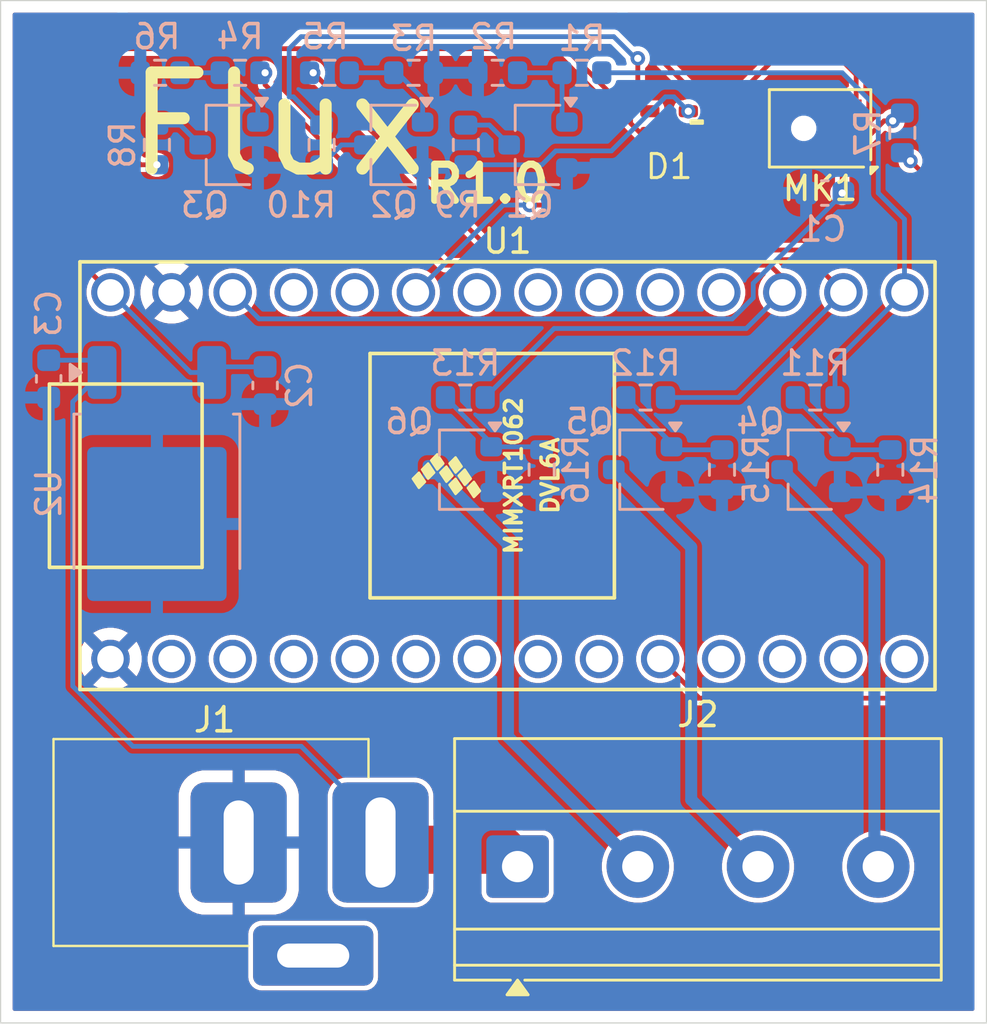
<source format=kicad_pcb>
(kicad_pcb (version 20241229) (generator "pcbnew") (generator_version "9.0")
  (layers (0 "F.Cu" signal) (2 "B.Cu" signal) (13 "F.Paste" user) (15 "B.Paste" user) (5 "F.SilkS" user "F.Silkscreen") (7 "B.SilkS" user "B.Silkscreen") (1 "F.Mask" user) (3 "B.Mask" user) (25 "Edge.Cuts" user))
  (net 0 "")
  (net 1 "GND")
  (net 2 "+12V")
  (net 3 "+5V")
  (net 4 "Net-(D1-GK)")
  (net 5 "Net-(D1-BK)")
  (net 6 "Net-(D1-RK)")
  (net 7 "Green Power")
  (net 8 "Red Power")
  (net 9 "Blue Power")
  (net 10 "PDM Clock")
  (net 11 "+3.3V")
  (net 12 "PDM Data")
  (net 13 "Net-(Q1-G)")
  (net 14 "Net-(Q2-G)")
  (net 15 "Net-(Q3-G)")
  (net 16 "Net-(Q4-G)")
  (net 17 "Net-(MK1-DATA)")
  (net 18 "Net-(Q1-D)")
  (net 19 "Net-(Q5-G)")
  (net 20 "Net-(Q2-D)")
  (net 21 "Net-(Q6-G)")
  (net 22 "Red Signal")
  (net 23 "Green Signal")
  (net 24 "Blue Signal")
  (net 44 "Net-(Q3-D)")
  (footprint "Custom:150066M153000" (layer "F.Cu") (at 166.8 55.55)
    (property "Reference" "D1" (at 0 1.85 0) (layer "F.SilkS") (effects (font (thickness 0.127))))
    (property "Value" "LED_RGBA")
    (fp_rect (start 0.9 -0.0635) (end 1.4 0.0635) (stroke (width 0.1)) (fill yes) (layer "F.SilkS"))
    (pad "1" smd roundrect (at -0.8 0.45) (size 0.8 0.5) (layers "F.Cu" "F.Mask" "F.Paste") (net 6 "Net-(D1-RK)"))
    (pad "2" smd roundrect (at -0.8 -0.45) (size 0.8 0.5) (layers "F.Cu" "F.Mask" "F.Paste") (net 4 "Net-(D1-GK)"))
    (pad "3" smd roundrect (at 0.8 -0.45) (size 0.8 0.5) (layers "F.Cu" "F.Mask" "F.Paste") (net 5 "Net-(D1-BK)"))
    (pad "4" smd roundrect (at 0.8 0.45) (size 0.8 0.5) (layers "F.Cu" "F.Mask" "F.Paste") (net 3 "+5V"))
  )
  (footprint "Custom:2.1x5.5_Barrel_Jack" (layer "F.Cu") (at 147.9 77.5)
    (property "Reference" "J1" (at 0 2.9 0) (layer "F.SilkS"))
    (property "Value" "Conn_01x02_Socket")
    (fp_line (start -6.7 3.7) (end -6.7 12.3) (stroke (width 0.1)) (layer "F.SilkS"))
    (fp_line (start -6.7 3.7) (end 6.4 3.7) (stroke (width 0.1)) (layer "F.SilkS"))
    (fp_line (start -6.7 12.3) (end 1.4 12.3) (stroke (width 0.1)) (layer "F.SilkS"))
    (fp_line (start 6.4 3.7) (end 6.4 5.3) (stroke (width 0.1)) (layer "F.SilkS"))
    (pad "" np_thru_hole roundrect (at 4.1 12.7) (size 5 2.5) (drill oval 3 1) (layers "*.Cu" "*.Mask") (roundrect_rratio 0.15))
    (pad "1" thru_hole roundrect (at 6.9 8 90) (size 5 4) (drill oval 3.75 1.25) (layers "*.Cu" "*.Mask") (roundrect_rratio 0.15) (net 2 "+12V"))
    (pad "2" thru_hole roundrect (at 1 8 90) (size 5 4) (drill oval 3.5 1.25) (layers "*.Cu" "*.Mask") (roundrect_rratio 0.15) (net 1 "GND"))
  )
  (footprint "Sensor_Audio:Infineon_PG-LLGA-5-1" (layer "F.Cu") (at 173.08 55.81 180)
    (property "Reference" "MK1" (at 0 -2.5 180) (layer "F.SilkS"))
    (property "Value" "IM69D130")
    (fp_line (start 2.11 1.61) (end -2.11 1.61) (stroke (width 0.12)) (layer "F.SilkS"))
    (fp_line (start 2.11 -1.61) (end 2.11 1.61) (stroke (width 0.12)) (layer "F.SilkS"))
    (fp_line (start -1.81 -1.61) (end 2.11 -1.61) (stroke (width 0.12)) (layer "F.SilkS"))
    (fp_line (start -2.11 1.61) (end -2.11 -1.31) (stroke (width 0.12)) (layer "F.SilkS"))
    (fp_poly (pts (xy -2.11 -1.61) (xy -2.39 -1.61) (xy -2.11 -1.89) (xy -2.11 -1.61)) (stroke (width 0.12)) (fill yes) (layer "F.SilkS"))
    (pad "" np_thru_hole circle (at 0.68 0 180) (size 0.8 0.8) (drill 0.8) (layers "*.Cu" "*.Mask"))
    (pad "1" smd rect (at -1.5 -0.85 180) (size 0.45 0.7) (layers "F.Cu" "F.Mask") (net 17 "Net-(MK1-DATA)"))
    (pad "2" smd rect (at -0.8 -0.85 180) (size 0.45 0.7) (layers "F.Cu" "F.Mask") (net 11 "+3.3V"))
    (pad "3" smd rect (at -1.5 0.85 180) (size 0.45 0.7) (layers "F.Cu" "F.Mask") (net 10 "PDM Clock"))
    (pad "4" smd rect (at -0.8 0.85 180) (size 0.45 0.7) (layers "F.Cu" "F.Mask") (net 1 "GND"))
    (pad "5" smd custom (at 0.68 -0.81 180) (size 0.4 0.4) (layers "F.Cu" "F.Mask") (net 1 "GND") (options (clearance outline) (anchor circle)) (primitives (gr_circle (center 0 0.81) (end 0.81 0.81) (width 0.46) (fill no))))
  )
  (footprint "TerminalBlock_Phoenix:TerminalBlock_Phoenix_MKDS-1,5-4_1x04_P5.00mm_Horizontal" (layer "F.Cu") (at 160.5 86.5)
    (property "Reference" "J2" (at 7.5 -6.32 0) (layer "F.SilkS"))
    (property "Value" "Conn_01x04_Socket")
    (fp_line (start -2.62 -5.32) (end 17.62 -5.32) (stroke (width 0.12)) (layer "F.SilkS"))
    (fp_line (start -2.62 -2.3) (end 17.62 -2.3) (stroke (width 0.12)) (layer "F.SilkS"))
    (fp_line (start -2.62 2.6) (end 17.62 2.6) (stroke (width 0.12)) (layer "F.SilkS"))
    (fp_line (start -2.62 4.1) (end 17.62 4.1) (stroke (width 0.12)) (layer "F.SilkS"))
    (fp_line (start -2.62 4.72) (end -2.62 -5.32) (stroke (width 0.12)) (layer "F.SilkS"))
    (fp_line (start -0.3 4.72) (end -2.62 4.72) (stroke (width 0.12)) (layer "F.SilkS"))
    (fp_line (start 17.62 -5.32) (end 17.62 4.72) (stroke (width 0.12)) (layer "F.SilkS"))
    (fp_line (start 17.62 4.72) (end 0.3 4.72) (stroke (width 0.12)) (layer "F.SilkS"))
    (fp_poly (pts (xy 0 4.72) (xy 0.44 5.33) (xy -0.44 5.33)) (stroke (width 0.12)) (fill yes) (layer "F.SilkS"))
    (pad "1" thru_hole roundrect (at 0 0) (size 2.6 2.6) (drill 1.3) (layers "*.Cu" "*.Mask") (roundrect_rratio 0.096154) (net 2 "+12V"))
    (pad "2" thru_hole circle (at 5 0) (size 2.6 2.6) (drill 1.3) (layers "*.Cu" "*.Mask") (net 8 "Red Power"))
    (pad "3" thru_hole circle (at 10 0) (size 2.6 2.6) (drill 1.3) (layers "*.Cu" "*.Mask") (net 7 "Green Power"))
    (pad "4" thru_hole circle (at 15 0) (size 2.6 2.6) (drill 1.3) (layers "*.Cu" "*.Mask") (net 9 "Blue Power"))
  )
  (footprint "Custom:Teensy40" (layer "F.Cu") (at 160.08 70.25)
    (property "Reference" "U1" (at 0 -9.75 0) (layer "F.SilkS"))
    (property "Value" "Teensy4.0")
    (fp_line (start -19.05 -3.81) (end -17.78 -3.81) (stroke (width 0.15)) (layer "F.SilkS"))
    (fp_line (start -19.05 3.81) (end -19.05 -3.81) (stroke (width 0.15)) (layer "F.SilkS"))
    (fp_line (start -17.78 -8.89) (end 17.78 -8.89) (stroke (width 0.15)) (layer "F.SilkS"))
    (fp_line (start -17.78 3.81) (end -19.05 3.81) (stroke (width 0.15)) (layer "F.SilkS"))
    (fp_line (start -17.78 8.89) (end -17.78 -8.89) (stroke (width 0.15)) (layer "F.SilkS"))
    (fp_line (start -12.7 -3.81) (end -17.78 -3.81) (stroke (width 0.15)) (layer "F.SilkS"))
    (fp_line (start -12.7 3.81) (end -17.78 3.81) (stroke (width 0.15)) (layer "F.SilkS"))
    (fp_line (start -12.7 3.81) (end -12.7 -3.81) (stroke (width 0.15)) (layer "F.SilkS"))
    (fp_line (start -5.715 -5.08) (end -5.715 5.08) (stroke (width 0.15)) (layer "F.SilkS"))
    (fp_line (start 4.445 -5.08) (end -5.715 -5.08) (stroke (width 0.15)) (layer "F.SilkS"))
    (fp_line (start 4.445 5.08) (end -5.715 5.08) (stroke (width 0.15)) (layer "F.SilkS"))
    (fp_line (start 4.445 5.08) (end 4.445 -5.08) (stroke (width 0.15)) (layer "F.SilkS"))
    (fp_line (start 17.78 -8.89) (end 17.78 8.89) (stroke (width 0.15)) (layer "F.SilkS"))
    (fp_line (start 17.78 8.89) (end -17.78 8.89) (stroke (width 0.15)) (layer "F.SilkS"))
    (fp_poly (pts (xy -3.937 0.127) (xy -3.683 -0.127) (xy -3.429 0.254) (xy -3.683 0.508)) (stroke (width 0.1)) (fill yes) (layer "F.SilkS"))
    (fp_poly (pts (xy -3.556 -0.254) (xy -3.302 -0.508) (xy -3.048 -0.127) (xy -3.302 0.127)) (stroke (width 0.1)) (fill yes) (layer "F.SilkS"))
    (fp_poly (pts (xy -3.175 -0.635) (xy -2.921 -0.889) (xy -2.667 -0.508) (xy -2.921 -0.254)) (stroke (width 0.1)) (fill yes) (layer "F.SilkS"))
    (fp_poly (pts (xy -2.794 -0.127) (xy -2.54 -0.381) (xy -2.286 0) (xy -2.54 0.254)) (stroke (width 0.1)) (fill yes) (layer "F.SilkS"))
    (fp_poly (pts (xy -2.413 -0.508) (xy -2.159 -0.762) (xy -1.905 -0.381) (xy -2.159 -0.127)) (stroke (width 0.1)) (fill yes) (layer "F.SilkS"))
    (fp_poly (pts (xy -2.413 0.381) (xy -2.159 0.127) (xy -1.905 0.508) (xy -2.159 0.762)) (stroke (width 0.1)) (fill yes) (layer "F.SilkS"))
    (fp_poly (pts (xy -2.032 0) (xy -1.778 -0.254) (xy -1.524 0.127) (xy -1.778 0.381)) (stroke (width 0.1)) (fill yes) (layer "F.SilkS"))
    (fp_poly (pts (xy -1.651 0.508) (xy -1.397 0.254) (xy -1.143 0.635) (xy -1.397 0.889)) (stroke (width 0.1)) (fill yes) (layer "F.SilkS"))
    (fp_text user "MIMXRT1062" (at 0.254 0 90) (layer "F.SilkS") (effects (font (size 0.7 0.7))))
    (fp_text user "DVL6A" (at 1.778 0 90) (layer "F.SilkS") (effects (font (size 0.7 0.7))))
    (pad "1" thru_hole circle (at -16.51 7.62) (size 1.6 1.6) (drill 1.1) (layers "*.Cu" "*.Mask") (net 1 "GND"))
    (pad "2" thru_hole circle (at -13.97 7.62) (size 1.6 1.6) (drill 1.1) (layers "*.Cu" "*.Mask"))
    (pad "3" thru_hole circle (at -11.43 7.62) (size 1.6 1.6) (drill 1.1) (layers "*.Cu" "*.Mask"))
    (pad "4" thru_hole circle (at -8.89 7.62) (size 1.6 1.6) (drill 1.1) (layers "*.Cu" "*.Mask"))
    (pad "5" thru_hole circle (at -6.35 7.62) (size 1.6 1.6) (drill 1.1) (layers "*.Cu" "*.Mask"))
    (pad "6" thru_hole circle (at -3.81 7.62) (size 1.6 1.6) (drill 1.1) (layers "*.Cu" "*.Mask"))
    (pad "7" thru_hole circle (at -1.27 7.62) (size 1.6 1.6) (drill 1.1) (layers "*.Cu" "*.Mask"))
    (pad "8" thru_hole circle (at 1.27 7.62) (size 1.6 1.6) (drill 1.1) (layers "*.Cu" "*.Mask"))
    (pad "9" thru_hole circle (at 3.81 7.62) (size 1.6 1.6) (drill 1.1) (layers "*.Cu" "*.Mask"))
    (pad "10" thru_hole circle (at 6.35 7.62) (size 1.6 1.6) (drill 1.1) (layers "*.Cu" "*.Mask") (net 12 "PDM Data"))
    (pad "11" thru_hole circle (at 8.89 7.62) (size 1.6 1.6) (drill 1.1) (layers "*.Cu" "*.Mask"))
    (pad "12" thru_hole circle (at 11.43 7.62) (size 1.6 1.6) (drill 1.1) (layers "*.Cu" "*.Mask"))
    (pad "13" thru_hole circle (at 13.97 7.62) (size 1.6 1.6) (drill 1.1) (layers "*.Cu" "*.Mask"))
    (pad "14" thru_hole circle (at 16.51 7.62) (size 1.6 1.6) (drill 1.1) (layers "*.Cu" "*.Mask"))
    (pad "20" thru_hole circle (at 16.51 -7.62) (size 1.6 1.6) (drill 1.1) (layers "*.Cu" "*.Mask") (net 24 "Blue Signal"))
    (pad "21" thru_hole circle (at 13.97 -7.62) (size 1.6 1.6) (drill 1.1) (layers "*.Cu" "*.Mask") (net 23 "Green Signal"))
    (pad "22" thru_hole circle (at 11.43 -7.62) (size 1.6 1.6) (drill 1.1) (layers "*.Cu" "*.Mask") (net 22 "Red Signal"))
    (pad "23" thru_hole circle (at 8.89 -7.62) (size 1.6 1.6) (drill 1.1) (layers "*.Cu" "*.Mask"))
    (pad "24" thru_hole circle (at 6.35 -7.62) (size 1.6 1.6) (drill 1.1) (layers "*.Cu" "*.Mask"))
    (pad "25" thru_hole circle (at 3.81 -7.62) (size 1.6 1.6) (drill 1.1) (layers "*.Cu" "*.Mask"))
    (pad "26" thru_hole circle (at 1.27 -7.62) (size 1.6 1.6) (drill 1.1) (layers "*.Cu" "*.Mask"))
    (pad "27" thru_hole circle (at -1.27 -7.62) (size 1.6 1.6) (drill 1.1) (layers "*.Cu" "*.Mask"))
    (pad "28" thru_hole circle (at -3.81 -7.62) (size 1.6 1.6) (drill 1.1) (layers "*.Cu" "*.Mask") (net 10 "PDM Clock"))
    (pad "29" thru_hole circle (at -6.35 -7.62) (size 1.6 1.6) (drill 1.1) (layers "*.Cu" "*.Mask"))
    (pad "30" thru_hole circle (at -8.89 -7.62) (size 1.6 1.6) (drill 1.1) (layers "*.Cu" "*.Mask"))
    (pad "31" thru_hole circle (at -11.43 -7.62) (size 1.6 1.6) (drill 1.1) (layers "*.Cu" "*.Mask") (net 11 "+3.3V"))
    (pad "32" thru_hole circle (at -13.97 -7.62) (size 1.6 1.6) (drill 1.1) (layers "*.Cu" "*.Mask") (net 1 "GND"))
    (pad "33" thru_hole circle (at -16.51 -7.62) (size 1.6 1.6) (drill 1.1) (layers "*.Cu" "*.Mask") (net 3 "+5V"))
  )
  (footprint "Resistor_SMD:R_0603_1608Metric" (layer "B.Cu") (at 148.96 53.5 180)
    (property "Reference" "R4" (at 0 1.5 0) (layer "B.SilkS") (effects (justify mirror)))
    (property "Value" "1K")
    (fp_line (start -0.237258 0.5225) (end 0.237258 0.5225) (stroke (width 0.12)) (layer "B.SilkS"))
    (fp_line (start -0.237258 -0.5225) (end 0.237258 -0.5225) (stroke (width 0.12)) (layer "B.SilkS"))
    (pad "1" smd roundrect (at -0.825 0 180) (size 0.8 0.95) (layers "B.Cu" "B.Mask" "B.Paste") (net 22 "Red Signal"))
    (pad "2" smd roundrect (at 0.825 0 180) (size 0.8 0.95) (layers "B.Cu" "B.Mask" "B.Paste") (net 15 "Net-(Q3-G)"))
  )
  (footprint "Package_TO_SOT_SMD:SC-59" (layer "B.Cu") (at 158.2 70 180)
    (property "Reference" "Q6" (at 2.2 2 0) (layer "B.SilkS") (effects (justify mirror)))
    (property "Value" "NMOS")
    (fp_line (start 0.95 1.65) (end 0.95 0.6) (stroke (width 0.12)) (layer "B.SilkS"))
    (fp_line (start 0.95 -1.65) (end 0.95 -0.6) (stroke (width 0.12)) (layer "B.SilkS"))
    (fp_line (start -0.85 -1.65) (end 0.95 -1.65) (stroke (width 0.12)) (layer "B.SilkS"))
    (fp_line (start -0.91 1.65) (end 0.95 1.65) (stroke (width 0.12)) (layer "B.SilkS"))
    (fp_poly (pts (xy -1.36 1.611676) (xy -1.12 1.941676) (xy -1.6 1.941676) (xy -1.36 1.611676)) (stroke (width 0.12)) (fill yes) (layer "B.SilkS"))
    (pad "1" smd roundrect (at -1.2 0.95 180) (size 0.9 0.8) (layers "B.Cu" "B.Mask" "B.Paste") (net 21 "Net-(Q6-G)"))
    (pad "2" smd roundrect (at -1.2 -0.95 180) (size 0.9 0.8) (layers "B.Cu" "B.Mask" "B.Paste") (net 1 "GND"))
    (pad "3" smd roundrect (at 1.2 0 180) (size 0.9 0.8) (layers "B.Cu" "B.Mask" "B.Paste") (net 8 "Red Power"))
  )
  (footprint "Capacitor_SMD:C_0603_1608Metric" (layer "B.Cu") (at 150 66.5 90)
    (property "Reference" "C2" (at 0 1.43 90) (layer "B.SilkS") (effects (justify mirror)))
    (property "Value" "0.1 uF")
    (fp_line (start -0.14058 -0.51) (end 0.14058 -0.51) (stroke (width 0.12)) (layer "B.SilkS"))
    (fp_line (start -0.14058 0.51) (end 0.14058 0.51) (stroke (width 0.12)) (layer "B.SilkS"))
    (pad "1" smd roundrect (at -0.775 0 90) (size 0.9 0.95) (layers "B.Cu" "B.Mask" "B.Paste") (net 1 "GND"))
    (pad "2" smd roundrect (at 0.775 0 90) (size 0.9 0.95) (layers "B.Cu" "B.Mask" "B.Paste") (net 3 "+5V"))
  )
  (footprint "Resistor_SMD:R_0603_1608Metric" (layer "B.Cu") (at 165.825 67 180)
    (property "Reference" "R12" (at 0 1.43 0) (layer "B.SilkS") (effects (justify mirror)))
    (property "Value" "1K")
    (fp_line (start -0.237258 0.5225) (end 0.237258 0.5225) (stroke (width 0.12)) (layer "B.SilkS"))
    (fp_line (start -0.237258 -0.5225) (end 0.237258 -0.5225) (stroke (width 0.12)) (layer "B.SilkS"))
    (pad "1" smd roundrect (at -0.825 0 180) (size 0.8 0.95) (layers "B.Cu" "B.Mask" "B.Paste") (net 23 "Green Signal"))
    (pad "2" smd roundrect (at 0.825 0 180) (size 0.8 0.95) (layers "B.Cu" "B.Mask" "B.Paste") (net 19 "Net-(Q5-G)"))
  )
  (footprint "Resistor_SMD:R_0603_1608Metric" (layer "B.Cu") (at 159.675 53.5)
    (property "Reference" "R2" (at -0.175 -1.5 0) (layer "B.SilkS") (effects (justify mirror)))
    (property "Value" "10K")
    (fp_line (start -0.237258 -0.5225) (end 0.237258 -0.5225) (stroke (width 0.12)) (layer "B.SilkS"))
    (fp_line (start -0.237258 0.5225) (end 0.237258 0.5225) (stroke (width 0.12)) (layer "B.SilkS"))
    (pad "1" smd roundrect (at -0.825 0) (size 0.8 0.95) (layers "B.Cu" "B.Mask" "B.Paste") (net 1 "GND"))
    (pad "2" smd roundrect (at 0.825 0) (size 0.8 0.95) (layers "B.Cu" "B.Mask" "B.Paste") (net 13 "Net-(Q1-G)"))
  )
  (footprint "Capacitor_SMD:C_0603_1608Metric" (layer "B.Cu") (at 141 66.225 -90)
    (property "Reference" "C3" (at -2.725 0 90) (layer "B.SilkS") (effects (justify mirror)))
    (property "Value" "0.33 uF")
    (fp_line (start -0.14058 0.51) (end 0.14058 0.51) (stroke (width 0.12)) (layer "B.SilkS"))
    (fp_line (start -0.14058 -0.51) (end 0.14058 -0.51) (stroke (width 0.12)) (layer "B.SilkS"))
    (pad "1" smd roundrect (at -0.775 0 270) (size 0.9 0.95) (layers "B.Cu" "B.Mask" "B.Paste") (net 2 "+12V"))
    (pad "2" smd roundrect (at 0.775 0 270) (size 0.9 0.95) (layers "B.Cu" "B.Mask" "B.Paste") (net 1 "GND"))
  )
  (footprint "Resistor_SMD:R_0603_1608Metric" (layer "B.Cu") (at 176 70 90)
    (property "Reference" "R14" (at 0 1.43 90) (layer "B.SilkS") (effects (justify mirror)))
    (property "Value" "10K")
    (fp_line (start -0.237258 -0.5225) (end 0.237258 -0.5225) (stroke (width 0.12)) (layer "B.SilkS"))
    (fp_line (start -0.237258 0.5225) (end 0.237258 0.5225) (stroke (width 0.12)) (layer "B.SilkS"))
    (pad "1" smd roundrect (at -0.825 0 90) (size 0.8 0.95) (layers "B.Cu" "B.Mask" "B.Paste") (net 1 "GND"))
    (pad "2" smd roundrect (at 0.825 0 90) (size 0.8 0.95) (layers "B.Cu" "B.Mask" "B.Paste") (net 16 "Net-(Q4-G)"))
  )
  (footprint "Resistor_SMD:R_0603_1608Metric" (layer "B.Cu") (at 169 70 90)
    (property "Reference" "R15" (at 0 1.43 90) (layer "B.SilkS") (effects (justify mirror)))
    (property "Value" "10K")
    (fp_line (start -0.237258 -0.5225) (end 0.237258 -0.5225) (stroke (width 0.12)) (layer "B.SilkS"))
    (fp_line (start -0.237258 0.5225) (end 0.237258 0.5225) (stroke (width 0.12)) (layer "B.SilkS"))
    (pad "1" smd roundrect (at -0.825 0 90) (size 0.8 0.95) (layers "B.Cu" "B.Mask" "B.Paste") (net 1 "GND"))
    (pad "2" smd roundrect (at 0.825 0 90) (size 0.8 0.95) (layers "B.Cu" "B.Mask" "B.Paste") (net 19 "Net-(Q5-G)"))
  )
  (footprint "Package_TO_SOT_SMD:SC-59" (layer "B.Cu") (at 165.7 70 180)
    (property "Reference" "Q5" (at 2.2 2 0) (layer "B.SilkS") (effects (justify mirror)))
    (property "Value" "NMOS")
    (fp_line (start 0.95 1.65) (end 0.95 0.6) (stroke (width 0.12)) (layer "B.SilkS"))
    (fp_line (start 0.95 -1.65) (end 0.95 -0.6) (stroke (width 0.12)) (layer "B.SilkS"))
    (fp_line (start -0.85 -1.65) (end 0.95 -1.65) (stroke (width 0.12)) (layer "B.SilkS"))
    (fp_line (start -0.91 1.65) (end 0.95 1.65) (stroke (width 0.12)) (layer "B.SilkS"))
    (fp_poly (pts (xy -1.36 1.611676) (xy -1.12 1.941676) (xy -1.6 1.941676) (xy -1.36 1.611676)) (stroke (width 0.12)) (fill yes) (layer "B.SilkS"))
    (pad "1" smd roundrect (at -1.2 0.95 180) (size 0.9 0.8) (layers "B.Cu" "B.Mask" "B.Paste") (net 19 "Net-(Q5-G)"))
    (pad "2" smd roundrect (at -1.2 -0.95 180) (size 0.9 0.8) (layers "B.Cu" "B.Mask" "B.Paste") (net 1 "GND"))
    (pad "3" smd roundrect (at 1.2 0 180) (size 0.9 0.8) (layers "B.Cu" "B.Mask" "B.Paste") (net 7 "Green Power"))
  )
  (footprint "Resistor_SMD:R_0603_1608Metric" (layer "B.Cu") (at 161.5 70 90)
    (property "Reference" "R16" (at 0 1.43 90) (layer "B.SilkS") (effects (justify mirror)))
    (property "Value" "10K")
    (fp_line (start -0.237258 -0.5225) (end 0.237258 -0.5225) (stroke (width 0.12)) (layer "B.SilkS"))
    (fp_line (start -0.237258 0.5225) (end 0.237258 0.5225) (stroke (width 0.12)) (layer "B.SilkS"))
    (pad "1" smd roundrect (at -0.825 0 90) (size 0.8 0.95) (layers "B.Cu" "B.Mask" "B.Paste") (net 1 "GND"))
    (pad "2" smd roundrect (at 0.825 0 90) (size 0.8 0.95) (layers "B.Cu" "B.Mask" "B.Paste") (net 21 "Net-(Q6-G)"))
  )
  (footprint "Resistor_SMD:R_0603_1608Metric" (layer "B.Cu") (at 145.5 56.5 -90)
    (property "Reference" "R8" (at 0 1.43 90) (layer "B.SilkS") (effects (justify mirror)))
    (property "Value" "150")
    (fp_line (start -0.237258 0.5225) (end 0.237258 0.5225) (stroke (width 0.12)) (layer "B.SilkS"))
    (fp_line (start -0.237258 -0.5225) (end 0.237258 -0.5225) (stroke (width 0.12)) (layer "B.SilkS"))
    (pad "1" smd roundrect (at -0.825 0 270) (size 0.8 0.95) (layers "B.Cu" "B.Mask" "B.Paste") (net 44 "Net-(Q3-D)"))
    (pad "2" smd roundrect (at 0.825 0 270) (size 0.8 0.95) (layers "B.Cu" "B.Mask" "B.Paste") (net 6 "Net-(D1-RK)"))
  )
  (footprint "Resistor_SMD:R_0603_1608Metric" (layer "B.Cu") (at 158.35 56.5 -90)
    (property "Reference" "R9" (at 2.5 0.35 180) (layer "B.SilkS") (effects (justify mirror)))
    (property "Value" "84.5")
    (fp_line (start -0.237258 0.5225) (end 0.237258 0.5225) (stroke (width 0.12)) (layer "B.SilkS"))
    (fp_line (start -0.237258 -0.5225) (end 0.237258 -0.5225) (stroke (width 0.12)) (layer "B.SilkS"))
    (pad "1" smd roundrect (at -0.825 0 270) (size 0.8 0.95) (layers "B.Cu" "B.Mask" "B.Paste") (net 18 "Net-(Q1-D)"))
    (pad "2" smd roundrect (at 0.825 0 270) (size 0.8 0.95) (layers "B.Cu" "B.Mask" "B.Paste") (net 5 "Net-(D1-BK)"))
  )
  (footprint "Resistor_SMD:R_0603_1608Metric" (layer "B.Cu") (at 145.635 53.5)
    (property "Reference" "R6" (at -0.135 -1.5 0) (layer "B.SilkS") (effects (justify mirror)))
    (property "Value" "10K")
    (fp_line (start -0.237258 -0.5225) (end 0.237258 -0.5225) (stroke (width 0.12)) (layer "B.SilkS"))
    (fp_line (start -0.237258 0.5225) (end 0.237258 0.5225) (stroke (width 0.12)) (layer "B.SilkS"))
    (pad "1" smd roundrect (at -0.825 0) (size 0.8 0.95) (layers "B.Cu" "B.Mask" "B.Paste") (net 1 "GND"))
    (pad "2" smd roundrect (at 0.825 0) (size 0.8 0.95) (layers "B.Cu" "B.Mask" "B.Paste") (net 15 "Net-(Q3-G)"))
  )
  (footprint "Resistor_SMD:R_0603_1608Metric" (layer "B.Cu") (at 158.325 67 180)
    (property "Reference" "R13" (at 0 1.43 0) (layer "B.SilkS") (effects (justify mirror)))
    (property "Value" "1K")
    (fp_line (start -0.237258 0.5225) (end 0.237258 0.5225) (stroke (width 0.12)) (layer "B.SilkS"))
    (fp_line (start -0.237258 -0.5225) (end 0.237258 -0.5225) (stroke (width 0.12)) (layer "B.SilkS"))
    (pad "1" smd roundrect (at -0.825 0 180) (size 0.8 0.95) (layers "B.Cu" "B.Mask" "B.Paste") (net 22 "Red Signal"))
    (pad "2" smd roundrect (at 0.825 0 180) (size 0.8 0.95) (layers "B.Cu" "B.Mask" "B.Paste") (net 21 "Net-(Q6-G)"))
  )
  (footprint "Resistor_SMD:R_0603_1608Metric" (layer "B.Cu") (at 156.175 53.5 180)
    (property "Reference" "R3" (at 0 1.43 0) (layer "B.SilkS") (effects (justify mirror)))
    (property "Value" "10K")
    (fp_line (start -0.237258 0.5225) (end 0.237258 0.5225) (stroke (width 0.12)) (layer "B.SilkS"))
    (fp_line (start -0.237258 -0.5225) (end 0.237258 -0.5225) (stroke (width 0.12)) (layer "B.SilkS"))
    (pad "1" smd roundrect (at -0.825 0 180) (size 0.8 0.95) (layers "B.Cu" "B.Mask" "B.Paste") (net 1 "GND"))
    (pad "2" smd roundrect (at 0.825 0 180) (size 0.8 0.95) (layers "B.Cu" "B.Mask" "B.Paste") (net 14 "Net-(Q2-G)"))
  )
  (footprint "Package_TO_SOT_SMD:SC-59" (layer "B.Cu") (at 161.35 56.5 180)
    (property "Reference" "Q1" (at 0.35 -2.5 0) (layer "B.SilkS") (effects (justify mirror)))
    (property "Value" "NMOS")
    (fp_line (start 0.95 1.65) (end 0.95 0.6) (stroke (width 0.12)) (layer "B.SilkS"))
    (fp_line (start 0.95 -1.65) (end 0.95 -0.6) (stroke (width 0.12)) (layer "B.SilkS"))
    (fp_line (start -0.85 -1.65) (end 0.95 -1.65) (stroke (width 0.12)) (layer "B.SilkS"))
    (fp_line (start -0.91 1.65) (end 0.95 1.65) (stroke (width 0.12)) (layer "B.SilkS"))
    (fp_poly (pts (xy -1.36 1.611676) (xy -1.12 1.941676) (xy -1.6 1.941676) (xy -1.36 1.611676)) (stroke (width 0.12)) (fill yes) (layer "B.SilkS"))
    (pad "1" smd roundrect (at -1.2 0.95 180) (size 0.9 0.8) (layers "B.Cu" "B.Mask" "B.Paste") (net 13 "Net-(Q1-G)"))
    (pad "2" smd roundrect (at -1.2 -0.95 180) (size 0.9 0.8) (layers "B.Cu" "B.Mask" "B.Paste") (net 1 "GND"))
    (pad "3" smd roundrect (at 1.2 0 180) (size 0.9 0.8) (layers "B.Cu" "B.Mask" "B.Paste") (net 18 "Net-(Q1-D)"))
  )
  (footprint "Resistor_SMD:R_0603_1608Metric" (layer "B.Cu") (at 172.875 67 180)
    (property "Reference" "R11" (at 0 1.43 0) (layer "B.SilkS") (effects (justify mirror)))
    (property "Value" "1K")
    (fp_line (start -0.237258 0.5225) (end 0.237258 0.5225) (stroke (width 0.12)) (layer "B.SilkS"))
    (fp_line (start -0.237258 -0.5225) (end 0.237258 -0.5225) (stroke (width 0.12)) (layer "B.SilkS"))
    (pad "1" smd roundrect (at -0.825 0 180) (size 0.8 0.95) (layers "B.Cu" "B.Mask" "B.Paste") (net 24 "Blue Signal"))
    (pad "2" smd roundrect (at 0.825 0 180) (size 0.8 0.95) (layers "B.Cu" "B.Mask" "B.Paste") (net 16 "Net-(Q4-G)"))
  )
  (footprint "Resistor_SMD:R_0603_1608Metric" (layer "B.Cu") (at 152.35 56.5 90)
    (property "Reference" "R10" (at -2.5 -0.85 180) (layer "B.SilkS") (effects (justify mirror)))
    (property "Value" "84.5")
    (fp_line (start -0.237258 -0.5225) (end 0.237258 -0.5225) (stroke (width 0.12)) (layer "B.SilkS"))
    (fp_line (start -0.237258 0.5225) (end 0.237258 0.5225) (stroke (width 0.12)) (layer "B.SilkS"))
    (pad "1" smd roundrect (at -0.825 0 90) (size 0.8 0.95) (layers "B.Cu" "B.Mask" "B.Paste") (net 20 "Net-(Q2-D)"))
    (pad "2" smd roundrect (at 0.825 0 90) (size 0.8 0.95) (layers "B.Cu" "B.Mask" "B.Paste") (net 4 "Net-(D1-GK)"))
  )
  (footprint "Package_TO_SOT_SMD:SC-59" (layer "B.Cu") (at 155.35 56.5 180)
    (property "Reference" "Q2" (at 0 -2.5 0) (layer "B.SilkS") (effects (justify mirror)))
    (property "Value" "NMOS")
    (fp_line (start 0.95 1.65) (end 0.95 0.6) (stroke (width 0.12)) (layer "B.SilkS"))
    (fp_line (start 0.95 -1.65) (end 0.95 -0.6) (stroke (width 0.12)) (layer "B.SilkS"))
    (fp_line (start -0.85 -1.65) (end 0.95 -1.65) (stroke (width 0.12)) (layer "B.SilkS"))
    (fp_line (start -0.91 1.65) (end 0.95 1.65) (stroke (width 0.12)) (layer "B.SilkS"))
    (fp_poly (pts (xy -1.36 1.611676) (xy -1.12 1.941676) (xy -1.6 1.941676) (xy -1.36 1.611676)) (stroke (width 0.12)) (fill yes) (layer "B.SilkS"))
    (pad "1" smd roundrect (at -1.2 0.95 180) (size 0.9 0.8) (layers "B.Cu" "B.Mask" "B.Paste") (net 14 "Net-(Q2-G)"))
    (pad "2" smd roundrect (at -1.2 -0.95 180) (size 0.9 0.8) (layers "B.Cu" "B.Mask" "B.Paste") (net 1 "GND"))
    (pad "3" smd roundrect (at 1.2 0 180) (size 0.9 0.8) (layers "B.Cu" "B.Mask" "B.Paste") (net 20 "Net-(Q2-D)"))
  )
  (footprint "Resistor_SMD:R_0603_1608Metric" (layer "B.Cu") (at 163.175 53.5 180)
    (property "Reference" "R1" (at 0 1.43 0) (layer "B.SilkS") (effects (justify mirror)))
    (property "Value" "1K")
    (fp_line (start -0.237258 0.5225) (end 0.237258 0.5225) (stroke (width 0.12)) (layer "B.SilkS"))
    (fp_line (start -0.237258 -0.5225) (end 0.237258 -0.5225) (stroke (width 0.12)) (layer "B.SilkS"))
    (pad "1" smd roundrect (at -0.825 0 180) (size 0.8 0.95) (layers "B.Cu" "B.Mask" "B.Paste") (net 24 "Blue Signal"))
    (pad "2" smd roundrect (at 0.825 0 180) (size 0.8 0.95) (layers "B.Cu" "B.Mask" "B.Paste") (net 13 "Net-(Q1-G)"))
  )
  (footprint "Resistor_SMD:R_0603_1608Metric" (layer "B.Cu") (at 152.675 53.5)
    (property "Reference" "R5" (at -0.175 -1.5 0) (layer "B.SilkS") (effects (justify mirror)))
    (property "Value" "1K")
    (fp_line (start -0.237258 -0.5225) (end 0.237258 -0.5225) (stroke (width 0.12)) (layer "B.SilkS"))
    (fp_line (start -0.237258 0.5225) (end 0.237258 0.5225) (stroke (width 0.12)) (layer "B.SilkS"))
    (pad "1" smd roundrect (at -0.825 0) (size 0.8 0.95) (layers "B.Cu" "B.Mask" "B.Paste") (net 23 "Green Signal"))
    (pad "2" smd roundrect (at 0.825 0) (size 0.8 0.95) (layers "B.Cu" "B.Mask" "B.Paste") (net 14 "Net-(Q2-G)"))
  )
  (footprint "Resistor_SMD:R_0603_1608Metric" (layer "B.Cu") (at 176.5 56 -90)
    (property "Reference" "R7" (at 0 1.43 90) (layer "B.SilkS") (effects (justify mirror)))
    (property "Value" "84.5")
    (fp_line (start -0.237258 0.5225) (end 0.237258 0.5225) (stroke (width 0.12)) (layer "B.SilkS"))
    (fp_line (start -0.237258 -0.5225) (end 0.237258 -0.5225) (stroke (width 0.12)) (layer "B.SilkS"))
    (pad "1" smd roundrect (at -0.825 0 270) (size 0.8 0.95) (layers "B.Cu" "B.Mask" "B.Paste") (net 17 "Net-(MK1-DATA)"))
    (pad "2" smd roundrect (at 0.825 0 270) (size 0.8 0.95) (layers "B.Cu" "B.Mask" "B.Paste") (net 12 "PDM Data"))
  )
  (footprint "Package_TO_SOT_SMD:SC-59" (layer "B.Cu") (at 148.5 56.5 180)
    (property "Reference" "Q3" (at 1 -2.5 0) (layer "B.SilkS") (effects (justify mirror)))
    (property "Value" "NMOS")
    (fp_line (start 0.95 1.65) (end 0.95 0.6) (stroke (width 0.12)) (layer "B.SilkS"))
    (fp_line (start 0.95 -1.65) (end 0.95 -0.6) (stroke (width 0.12)) (layer "B.SilkS"))
    (fp_line (start -0.85 -1.65) (end 0.95 -1.65) (stroke (width 0.12)) (layer "B.SilkS"))
    (fp_line (start -0.91 1.65) (end 0.95 1.65) (stroke (width 0.12)) (layer "B.SilkS"))
    (fp_poly (pts (xy -1.36 1.611676) (xy -1.12 1.941676) (xy -1.6 1.941676) (xy -1.36 1.611676)) (stroke (width 0.12)) (fill yes) (layer "B.SilkS"))
    (pad "1" smd roundrect (at -1.2 0.95 180) (size 0.9 0.8) (layers "B.Cu" "B.Mask" "B.Paste") (net 15 "Net-(Q3-G)"))
    (pad "2" smd roundrect (at -1.2 -0.95 180) (size 0.9 0.8) (layers "B.Cu" "B.Mask" "B.Paste") (net 1 "GND"))
    (pad "3" smd roundrect (at 1.2 0 180) (size 0.9 0.8) (layers "B.Cu" "B.Mask" "B.Paste") (net 44 "Net-(Q3-D)"))
  )
  (footprint "Package_TO_SOT_SMD:SC-59" (layer "B.Cu") (at 172.7 70 180)
    (property "Reference" "Q4" (at 2.1 2 0) (layer "B.SilkS") (effects (justify mirror)))
    (property "Value" "NMOS")
    (fp_line (start 0.95 1.65) (end 0.95 0.6) (stroke (width 0.12)) (layer "B.SilkS"))
    (fp_line (start 0.95 -1.65) (end 0.95 -0.6) (stroke (width 0.12)) (layer "B.SilkS"))
    (fp_line (start -0.85 -1.65) (end 0.95 -1.65) (stroke (width 0.12)) (layer "B.SilkS"))
    (fp_line (start -0.91 1.65) (end 0.95 1.65) (stroke (width 0.12)) (layer "B.SilkS"))
    (fp_poly (pts (xy -1.36 1.611676) (xy -1.12 1.941676) (xy -1.6 1.941676) (xy -1.36 1.611676)) (stroke (width 0.12)) (fill yes) (layer "B.SilkS"))
    (pad "1" smd roundrect (at -1.2 0.95 180) (size 0.9 0.8) (layers "B.Cu" "B.Mask" "B.Paste") (net 16 "Net-(Q4-G)"))
    (pad "2" smd roundrect (at -1.2 -0.95 180) (size 0.9 0.8) (layers "B.Cu" "B.Mask" "B.Paste") (net 1 "GND"))
    (pad "3" smd roundrect (at 1.2 0 180) (size 0.9 0.8) (layers "B.Cu" "B.Mask" "B.Paste") (net 9 "Blue Power"))
  )
  (footprint "Package_TO_SOT_SMD:TO-252-2" (layer "B.Cu") (at 145.5 71 -90)
    (property "Reference" "U2" (at 0 4.5 90) (layer "B.SilkS") (effects (justify mirror)))
    (property "Value" "L7805")
    (fp_line (start -3.31 3.45) (end -3.31 3.18) (stroke (width 0.12)) (layer "B.SilkS"))
    (fp_line (start 3.11 3.45) (end -3.31 3.45) (stroke (width 0.12)) (layer "B.SilkS"))
    (fp_line (start -3.31 -3.45) (end -3.31 -3.18) (stroke (width 0.12)) (layer "B.SilkS"))
    (fp_line (start 3.11 -3.45) (end -3.31 -3.45) (stroke (width 0.12)) (layer "B.SilkS"))
    (fp_poly (pts (xy -5.04 3.14) (xy -5.38 3.61) (xy -4.7 3.61)) (stroke (width 0.12)) (fill yes) (layer "B.SilkS"))
    (pad "1" smd roundrect (at -5.04 2.28 270) (size 2.2 1.2) (layers "B.Cu" "B.Mask" "B.Paste") (roundrect_rratio 0.208333) (net 2 "+12V"))
    (pad "2" smd roundrect (at 1.26 0 270) (size 6.4 5.8) (layers "B.Cu" "B.Mask") (roundrect_rratio 0.043103) (net 1 "GND"))
    (pad "3" smd roundrect (at -5.04 -2.28 270) (size 2.2 1.2) (layers "B.Cu" "B.Mask" "B.Paste") (roundrect_rratio 0.208333) (net 3 "+5V"))
  )
  (footprint "Capacitor_SMD:C_0603_1608Metric" (layer "B.Cu") (at 173.275 58.5 180)
    (property "Reference" "C1" (at 0.075 -1.5 0) (layer "B.SilkS") (effects (justify mirror)))
    (property "Value" "0.1 uF")
    (fp_line (start -0.14058 0.51) (end 0.14058 0.51) (stroke (width 0.12)) (layer "B.SilkS"))
    (fp_line (start -0.14058 -0.51) (end 0.14058 -0.51) (stroke (width 0.12)) (layer "B.SilkS"))
    (pad "1" smd roundrect (at -0.775 0 180) (size 0.9 0.95) (layers "B.Cu" "B.Mask" "B.Paste") (net 11 "+3.3V"))
    (pad "2" smd roundrect (at 0.775 0 180) (size 0.9 0.95) (layers "B.Cu" "B.Mask" "B.Paste") (net 1 "GND"))
  )
  (gr_rect (start 139 50.5) (end 180 93) (stroke (width 0.05)) (fill no) (layer "Edge.Cuts"))
  (gr_text "Flux" (at 144 58 0) (layer "F.SilkS") (effects (font (size 4 4) (thickness 0.5)) (justify left bottom)))
  (gr_text "R1.0" (at 156.5 59 0) (layer "F.SilkS") (effects (font (size 1.5 1.5) (thickness 0.3) (bold yes)) (justify left bottom)))
  (segment (start 159.8 85.8) (end 160.5 86.5) (width 2) (layer "F.Cu") (net 2))
  (segment (start 154.8 85.8) (end 159.8 85.8) (width 2) (layer "F.Cu") (net 2))
  (segment (start 142 79) (end 144.5 81.5) (width 0.2) (layer "B.Cu") (net 2))
  (segment (start 142.71 65.45) (end 143.22 65.96) (width 0.2) (layer "B.Cu") (net 2))
  (segment (start 143.22 65.96) (end 142 67.18) (width 0.2) (layer "B.Cu") (net 2))
  (segment (start 151.5 81.5) (end 154.8 84.8) (width 0.2) (layer "B.Cu") (net 2))
  (segment (start 144.5 81.5) (end 151.5 81.5) (width 0.2) (layer "B.Cu") (net 2))
  (segment (start 142 67.18) (end 142 79) (width 0.2) (layer "B.Cu") (net 2))
  (segment (start 141 65.45) (end 142.71 65.45) (width 0.2) (layer "B.Cu") (net 2))
  (segment (start 154.8 84.8) (end 154.8 85.8) (width 0.2) (layer "B.Cu") (net 2))
  (segment (start 168.301 54.795082) (end 168.054918 54.549) (width 0.2) (layer "F.Cu") (net 3))
  (segment (start 168.5 55) (end 168.301 54.801) (width 0.2) (layer "F.Cu") (net 3))
  (segment (start 144.3319 51.101) (end 142.770001 52.662899) (width 0.2) (layer "F.Cu") (net 3))
  (segment (start 142.770001 61.830001) (end 143.57 62.63) (width 0.2) (layer "F.Cu") (net 3))
  (segment (start 168.054918 54.549) (end 168.049 54.549) (width 0.2) (layer "F.Cu") (net 3))
  (segment (start 167.999999 56) (end 167.6 56) (width 0.2) (layer "F.Cu") (net 3))
  (segment (start 168.5 55) (end 168.5 55.5) (width 0.2) (layer "F.Cu") (net 3))
  (segment (start 168.301 54.801) (end 168.301 54.795082) (width 0.2) (layer "F.Cu") (net 3))
  (segment (start 168.5 55.5) (end 167.999999 56) (width 0.2) (layer "F.Cu") (net 3))
  (segment (start 164.601 51.101) (end 144.3319 51.101) (width 0.2) (layer "F.Cu") (net 3))
  (segment (start 142.770001 52.662899) (end 142.770001 61.830001) (width 0.2) (layer "F.Cu") (net 3))
  (segment (start 168.049 54.549) (end 164.601 51.101) (width 0.2) (layer "F.Cu") (net 3))
  (segment (start 150 65.725) (end 148.015 65.725) (width 0.2) (layer "B.Cu") (net 3))
  (segment (start 143.57 62.63) (end 146.9 65.96) (width 0.2) (layer "B.Cu") (net 3))
  (segment (start 148.015 65.725) (end 147.78 65.96) (width 0.2) (layer "B.Cu") (net 3))
  (segment (start 146.9 65.96) (end 147.78 65.96) (width 0.2) (layer "B.Cu") (net 3))
  (segment (start 165.5 52.9) (end 165.5 54.7) (width 0.2) (layer "F.Cu") (net 4))
  (segment (start 165.5 54.7) (end 165.9 55.1) (width 0.2) (layer "F.Cu") (net 4))
  (via (at 165.5 52.9) (size 0.6) (drill 0.3) (layers "F.Cu" "B.Cu") (net 4))
  (segment (start 151.5 52) (end 159.5 52) (width 0.2) (layer "B.Cu") (net 4))
  (segment (start 159.5 52) (end 164.5 52) (width 0.2) (layer "B.Cu") (net 4))
  (segment (start 151.175 54.5) (end 151 54.5) (width 0.2) (layer "B.Cu") (net 4))
  (segment (start 151 52.5) (end 151.5 52) (width 0.2) (layer "B.Cu") (net 4))
  (segment (start 165.4 52.9) (end 165.5 52.9) (width 0.2) (layer "B.Cu") (net 4))
  (segment (start 152.35 55.675) (end 151.175 54.5) (width 0.2) (layer "B.Cu") (net 4))
  (segment (start 151 54.5) (end 151 52.5) (width 0.2) (layer "B.Cu") (net 4))
  (segment (start 164.5 52) (end 165.4 52.9) (width 0.2) (layer "B.Cu") (net 4))
  (segment (start 167.5 55.1) (end 167.6 55.1) (width 0.2) (layer "F.Cu") (net 5))
  (via (at 167.6 55.1) (size 0.6) (drill 0.3) (layers "F.Cu" "B.Cu") (net 5))
  (segment (start 161.510936 57.325) (end 158.35 57.325) (width 0.2) (layer "B.Cu") (net 5))
  (segment (start 167 54.5) (end 166.650057 54.5) (width 0.2) (layer "B.Cu") (net 5))
  (segment (start 166.650057 54.5) (end 164.401057 56.749) (width 0.2) (layer "B.Cu") (net 5))
  (segment (start 164.401057 56.749) (end 162.086936 56.749) (width 0.2) (layer "B.Cu") (net 5))
  (segment (start 162.086936 56.749) (end 161.510936 57.325) (width 0.2) (layer "B.Cu") (net 5))
  (segment (start 167.6 55.1) (end 167 54.5) (width 0.2) (layer "B.Cu") (net 5))
  (segment (start 143.5 56) (end 144.825 57.325) (width 0.2) (layer "F.Cu") (net 6))
  (segment (start 165.199 55.199) (end 162.5 52.5) (width 0.2) (layer "F.Cu") (net 6))
  (segment (start 144.825 57.325) (end 145.5 57.325) (width 0.2) (layer "F.Cu") (net 6))
  (segment (start 165.199 55.199) (end 165.199 55.598999) (width 0.2) (layer "F.Cu") (net 6))
  (segment (start 143.5 52.5) (end 143.5 56) (width 0.2) (layer "F.Cu") (net 6))
  (segment (start 165.199 55.598999) (end 165.600001 56) (width 0.2) (layer "F.Cu") (net 6))
  (segment (start 165.600001 56) (end 166 56) (width 0.2) (layer "F.Cu") (net 6))
  (segment (start 162.5 52.5) (end 143.5 52.5) (width 0.2) (layer "F.Cu") (net 6))
  (via (at 145.5 57.325) (size 0.6) (drill 0.3) (layers "F.Cu" "B.Cu") (net 6))
  (segment (start 164.5 70) (end 167.719 73.219) (width 0.5) (layer "B.Cu") (net 7))
  (segment (start 167.719 83.719) (end 170.5 86.5) (width 0.5) (layer "B.Cu") (net 7))
  (segment (start 167.719 73.219) (end 167.719 83.719) (width 0.5) (layer "B.Cu") (net 7))
  (segment (start 157 70) (end 160.099 73.099) (width 0.5) (layer "B.Cu") (net 8))
  (segment (start 160.099 81.099) (end 165.5 86.5) (width 0.5) (layer "B.Cu") (net 8))
  (segment (start 160.099 73.099) (end 160.099 81.099) (width 0.5) (layer "B.Cu") (net 8))
  (segment (start 175.339 86.339) (end 175.5 86.5) (width 0.5) (layer "B.Cu") (net 9))
  (segment (start 171.5 70) (end 175.339 73.839) (width 0.5) (layer "B.Cu") (net 9))
  (segment (start 175.339 73.839) (end 175.339 86.339) (width 0.5) (layer "B.Cu") (net 9))
  (segment (start 174.1 53.1) (end 174.58 53.58) (width 0.2) (layer "F.Cu") (net 10))
  (segment (start 167.5 59) (end 169.5 57) (width 0.2) (layer "F.Cu") (net 10))
  (segment (start 169.5 54.6) (end 171 53.1) (width 0.2) (layer "F.Cu") (net 10))
  (segment (start 169.5 57) (end 169.5 54.6) (width 0.2) (layer "F.Cu") (net 10))
  (segment (start 174.58 53.58) (end 174.58 54.96) (width 0.2) (layer "F.Cu") (net 10))
  (segment (start 161 59) (end 167.5 59) (width 0.2) (layer "F.Cu") (net 10))
  (segment (start 171 53.1) (end 174.1 53.1) (width 0.2) (layer "F.Cu") (net 10))
  (via (at 161 59) (size 0.6) (drill 0.3) (layers "F.Cu" "B.Cu") (net 10))
  (segment (start 161 59) (end 159.9 59) (width 0.2) (layer "B.Cu") (net 10))
  (segment (start 159.9 59) (end 156.27 62.63) (width 0.2) (layer "B.Cu") (net 10))
  (segment (start 174 56.78) (end 173.88 56.66) (width 0.2) (layer "F.Cu") (net 11))
  (segment (start 174 58.5) (end 174 56.78) (width 0.2) (layer "F.Cu") (net 11))
  (via (at 174 58.5) (size 0.6) (drill 0.3) (layers "F.Cu" "B.Cu") (net 11))
  (segment (start 174.05 58.5) (end 174 58.5) (width 0.2) (layer "B.Cu") (net 11))
  (segment (start 149.751 63.731) (end 148.65 62.63) (width 0.2) (layer "B.Cu") (net 11))
  (segment (start 174.05 58.5) (end 170.3 62.25) (width 0.2) (layer "B.Cu") (net 11))
  (segment (start 169.42605 63.731) (end 149.751 63.731) (width 0.2) (layer "B.Cu") (net 11))
  (segment (start 170.3 62.85705) (end 169.42605 63.731) (width 0.2) (layer "B.Cu") (net 11))
  (segment (start 170.3 62.25) (end 170.3 62.85705) (width 0.2) (layer "B.Cu") (net 11))
  (segment (start 177.5 79.5) (end 168 79.5) (width 0.2) (layer "F.Cu") (net 12))
  (segment (start 168 79.44) (end 166.43 77.87) (width 0.2) (layer "F.Cu") (net 12))
  (segment (start 178.5 58.825) (end 178.5 78.5) (width 0.2) (layer "F.Cu") (net 12))
  (segment (start 178.5 78.5) (end 177.5 79.5) (width 0.2) (layer "F.Cu") (net 12))
  (segment (start 168 79.5) (end 168 79.44) (width 0.2) (layer "F.Cu") (net 12))
  (segment (start 176.8375 57.1625) (end 178.5 58.825) (width 0.2) (layer "F.Cu") (net 12))
  (via (at 176.8375 57.1625) (size 0.6) (drill 0.3) (layers "F.Cu" "B.Cu") (net 12))
  (segment (start 176.8375 57.1625) (end 176.5 56.825) (width 0.2) (layer "B.Cu") (net 12))
  (segment (start 162.35 53.5) (end 160.5 53.5) (width 0.2) (layer "B.Cu") (net 13))
  (segment (start 162.35 55.35) (end 162.55 55.55) (width 0.2) (layer "B.Cu") (net 13))
  (segment (start 162.35 53.5) (end 162.35 55.35) (width 0.2) (layer "B.Cu") (net 13))
  (segment (start 155.35 53.5) (end 153.5 53.5) (width 0.2) (layer "B.Cu") (net 14))
  (segment (start 156.55 54.55) (end 156.55 55.55) (width 0.2) (layer "B.Cu") (net 14))
  (segment (start 155.35 53.5) (end 155.5 53.5) (width 0.2) (layer "B.Cu") (net 14))
  (segment (start 155.5 53.5) (end 156.55 54.55) (width 0.2) (layer "B.Cu") (net 14))
  (segment (start 149.7 55.55) (end 149.7 54.7) (width 0.2) (layer "B.Cu") (net 15))
  (segment (start 149.7 54.7) (end 148.5 53.5) (width 0.2) (layer "B.Cu") (net 15))
  (segment (start 148.5 53.5) (end 146.825 53.5) (width 0.2) (layer "B.Cu") (net 15))
  (segment (start 172.05 67) (end 173.9 68.85) (width 0.2) (layer "B.Cu") (net 16))
  (segment (start 176 69.175) (end 174.025 69.175) (width 0.2) (layer "B.Cu") (net 16))
  (segment (start 173.9 68.85) (end 173.9 69.05) (width 0.2) (layer "B.Cu") (net 16))
  (segment (start 174.025 69.175) (end 173.9 69.05) (width 0.2) (layer "B.Cu") (net 16))
  (segment (start 175.74 55.5) (end 174.58 56.66) (width 0.2) (layer "F.Cu") (net 17))
  (segment (start 176.1 55.5) (end 175.74 55.5) (width 0.2) (layer "F.Cu") (net 17))
  (via (at 176.1 55.5) (size 0.6) (drill 0.3) (layers "F.Cu" "B.Cu") (net 17))
  (segment (start 176.425 55.175) (end 176.1 55.5) (width 0.2) (layer "B.Cu") (net 17))
  (segment (start 176.5 55.175) (end 176.425 55.175) (width 0.2) (layer "B.Cu") (net 17))
  (segment (start 159.325 55.675) (end 160.15 56.5) (width 0.2) (layer "B.Cu") (net 18))
  (segment (start 158.35 55.675) (end 159.325 55.675) (width 0.2) (layer "B.Cu") (net 18))
  (segment (start 167.025 69.175) (end 166.9 69.05) (width 0.2) (layer "B.Cu") (net 19))
  (segment (start 165 67) (end 166.9 68.9) (width 0.2) (layer "B.Cu") (net 19))
  (segment (start 169 69.175) (end 167.025 69.175) (width 0.2) (layer "B.Cu") (net 19))
  (segment (start 166.9 68.9) (end 166.9 69.05) (width 0.2) (layer "B.Cu") (net 19))
  (segment (start 154.15 56.5) (end 153.175 56.5) (width 0.2) (layer "B.Cu") (net 20))
  (segment (start 153.175 56.5) (end 152.35 57.325) (width 0.2) (layer "B.Cu") (net 20))
  (segment (start 159.4 69.05) (end 161.375 69.05) (width 0.2) (layer "B.Cu") (net 21))
  (segment (start 161.375 69.05) (end 161.5 69.175) (width 0.2) (layer "B.Cu") (net 21))
  (segment (start 159.4 68.9) (end 159.4 69.05) (width 0.2) (layer "B.Cu") (net 21))
  (segment (start 157.5 67) (end 159.4 68.9) (width 0.2) (layer "B.Cu") (net 21))
  (segment (start 150 53.5) (end 150 54) (width 0.2) (layer "F.Cu") (net 22))
  (segment (start 171.51 62.01) (end 171.51 62.63) (width 0.2) (layer "F.Cu") (net 22))
  (segment (start 150 54) (end 157.5 61.5) (width 0.2) (layer "F.Cu") (net 22))
  (segment (start 157.5 61.5) (end 171 61.5) (width 0.2) (layer "F.Cu") (net 22))
  (segment (start 171 61.5) (end 171.51 62.01) (width 0.2) (layer "F.Cu") (net 22))
  (via (at 150 53.5) (size 0.6) (drill 0.3) (layers "F.Cu" "B.Cu") (net 22))
  (segment (start 162.018 64.132) (end 170.008 64.132) (width 0.2) (layer "B.Cu") (net 22))
  (segment (start 170.008 64.132) (end 171.51 62.63) (width 0.2) (layer "B.Cu") (net 22))
  (segment (start 149.785 53.5) (end 150 53.5) (width 0.2) (layer "B.Cu") (net 22))
  (segment (start 159.15 67) (end 162.018 64.132) (width 0.2) (layer "B.Cu") (net 22))
  (segment (start 159.369 60.869) (end 172.289 60.869) (width 0.2) (layer "F.Cu") (net 23))
  (segment (start 152 53.5) (end 159.369 60.869) (width 0.2) (layer "F.Cu") (net 23))
  (segment (start 172.289 60.869) (end 174.05 62.63) (width 0.2) (layer "F.Cu") (net 23))
  (via (at 152 53.5) (size 0.6) (drill 0.3) (layers "F.Cu" "B.Cu") (net 23))
  (segment (start 169.68 67) (end 174.05 62.63) (width 0.2) (layer "B.Cu") (net 23))
  (segment (start 151.85 53.5) (end 152 53.5) (width 0.2) (layer "B.Cu") (net 23))
  (segment (start 166.65 67) (end 169.68 67) (width 0.2) (layer "B.Cu") (net 23))
  (segment (start 164 53.5) (end 174 53.5) (width 0.2) (layer "B.Cu") (net 24))
  (segment (start 173.7 65.52) (end 173.7 67) (width 0.2) (layer "B.Cu") (net 24))
  (segment (start 176.59 59.59) (end 176.59 62.63) (width 0.2) (layer "B.Cu") (net 24))
  (segment (start 175.5 58.5) (end 176.59 59.59) (width 0.2) (layer "B.Cu") (net 24))
  (segment (start 176.59 62.63) (end 173.7 65.52) (width 0.2) (layer "B.Cu") (net 24))
  (segment (start 174 53.5) (end 175.5 55) (width 0.2) (layer "B.Cu") (net 24))
  (segment (start 175.5 55) (end 175.5 58.5) (width 0.2) (layer "B.Cu") (net 24))
  (segment (start 146.475 55.675) (end 147.3 56.5) (width 0.2) (layer "B.Cu") (net 44))
  (segment (start 145.5 55.675) (end 146.475 55.675) (width 0.2) (layer "B.Cu") (net 44))
  (zone (net 1) (net_name "GND") (layer "F.Cu") (priority 1) (connect_pads (clearance 0.1524)) (min_thickness 0.1524) (fill yes (thermal_gap 0.5) (thermal_bridge_width 0.5))
    (polygon (pts (xy 139 50.5) (xy 180 50.5) (xy 180 93) (xy 139 93)))
  )
  (zone (net 1) (net_name "GND") (layer "B.Cu") (connect_pads (clearance 0.1524)) (min_thickness 0.1524) (fill yes (thermal_gap 0.5) (thermal_bridge_width 0.5))
    (polygon (pts (xy 139 50.5) (xy 180 50.5) (xy 180 93) (xy 139 93)))
  )
)
</source>
